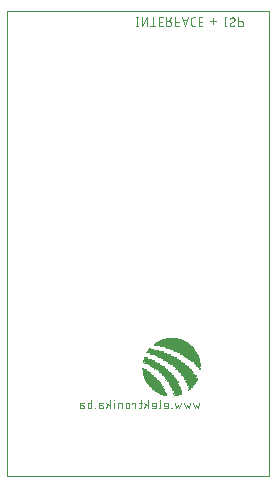
<source format=gbo>
G04 EAGLE Gerber RS-274X export*
G75*
%MOMM*%
%FSLAX34Y34*%
%LPD*%
%INBottom Silkscreen*%
%IPPOS*%
%AMOC8*
5,1,8,0,0,1.08239X$1,22.5*%
G01*
%ADD10C,0.000000*%
%ADD11C,0.076200*%
%ADD12R,0.025400X0.012700*%
%ADD13R,0.088900X0.012700*%
%ADD14R,0.012700X0.012700*%
%ADD15R,0.152400X0.012700*%
%ADD16R,0.215900X0.012700*%
%ADD17R,0.063500X0.012700*%
%ADD18R,0.279400X0.012700*%
%ADD19R,0.127000X0.012700*%
%ADD20R,0.330200X0.012700*%
%ADD21R,0.165100X0.012700*%
%ADD22R,0.381000X0.012700*%
%ADD23R,0.431800X0.012700*%
%ADD24R,0.266700X0.012700*%
%ADD25R,0.457200X0.012700*%
%ADD26R,0.317500X0.012700*%
%ADD27R,0.495300X0.012700*%
%ADD28R,0.342900X0.012700*%
%ADD29R,0.533400X0.012700*%
%ADD30R,0.584200X0.012700*%
%ADD31R,0.419100X0.012700*%
%ADD32R,0.571500X0.012700*%
%ADD33R,0.444500X0.012700*%
%ADD34R,0.482600X0.012700*%
%ADD35R,0.508000X0.012700*%
%ADD36R,0.609600X0.012700*%
%ADD37R,0.038100X0.012700*%
%ADD38R,0.660400X0.012700*%
%ADD39R,0.596900X0.012700*%
%ADD40R,0.673100X0.012700*%
%ADD41R,0.647700X0.012700*%
%ADD42R,0.685800X0.012700*%
%ADD43R,0.723900X0.012700*%
%ADD44R,0.736600X0.012700*%
%ADD45R,0.749300X0.012700*%
%ADD46R,0.635000X0.012700*%
%ADD47R,0.762000X0.012700*%
%ADD48R,0.774700X0.012700*%
%ADD49R,0.787400X0.012700*%
%ADD50R,0.812800X0.012700*%
%ADD51R,0.825500X0.012700*%
%ADD52R,0.838200X0.012700*%
%ADD53R,0.863600X0.012700*%
%ADD54R,0.876300X0.012700*%
%ADD55R,0.901700X0.012700*%
%ADD56R,0.914400X0.012700*%
%ADD57R,0.927100X0.012700*%
%ADD58R,0.076200X0.012700*%
%ADD59R,0.952500X0.012700*%
%ADD60R,0.965200X0.012700*%
%ADD61R,0.101600X0.012700*%
%ADD62R,0.990600X0.012700*%
%ADD63R,0.114300X0.012700*%
%ADD64R,1.016000X0.012700*%
%ADD65R,0.139700X0.012700*%
%ADD66R,0.939800X0.012700*%
%ADD67R,0.177800X0.012700*%
%ADD68R,0.190500X0.012700*%
%ADD69R,0.203200X0.012700*%
%ADD70R,0.241300X0.012700*%
%ADD71R,0.254000X0.012700*%
%ADD72R,1.054100X0.012700*%
%ADD73R,1.041400X0.012700*%
%ADD74R,0.292100X0.012700*%
%ADD75R,0.304800X0.012700*%
%ADD76R,1.066800X0.012700*%
%ADD77R,1.092200X0.012700*%
%ADD78R,1.079500X0.012700*%
%ADD79R,0.355600X0.012700*%
%ADD80R,1.104900X0.012700*%
%ADD81R,0.368300X0.012700*%
%ADD82R,1.117600X0.012700*%
%ADD83R,1.130300X0.012700*%
%ADD84R,0.393700X0.012700*%
%ADD85R,1.143000X0.012700*%
%ADD86R,0.406400X0.012700*%
%ADD87R,0.050800X0.012700*%
%ADD88R,0.546100X0.012700*%
%ADD89R,0.622300X0.012700*%
%ADD90R,0.711200X0.012700*%
%ADD91R,0.698500X0.012700*%
%ADD92R,0.800100X0.012700*%
%ADD93R,0.889000X0.012700*%
%ADD94R,0.850900X0.012700*%
%ADD95R,0.977900X0.012700*%
%ADD96R,1.028700X0.012700*%
%ADD97R,1.003300X0.012700*%
%ADD98R,1.193800X0.012700*%
%ADD99R,0.469900X0.012700*%
%ADD100R,1.155700X0.012700*%
%ADD101R,1.168400X0.012700*%
%ADD102R,1.206500X0.012700*%
%ADD103R,1.181100X0.012700*%
%ADD104R,1.219200X0.012700*%
%ADD105R,0.228600X0.012700*%
%ADD106R,1.270000X0.012700*%
%ADD107R,1.244600X0.012700*%
%ADD108R,1.231900X0.012700*%
%ADD109R,1.282700X0.012700*%
%ADD110R,0.558800X0.012700*%
%ADD111R,1.257300X0.012700*%
%ADD112R,1.295400X0.012700*%
%ADD113R,1.358900X0.012700*%
%ADD114R,1.333500X0.012700*%
%ADD115R,1.346200X0.012700*%
%ADD116R,1.308100X0.012700*%
%ADD117R,1.320800X0.012700*%
%ADD118R,1.384300X0.012700*%
%ADD119R,1.371600X0.012700*%
%ADD120R,1.447800X0.012700*%
%ADD121R,1.409700X0.012700*%
%ADD122R,1.422400X0.012700*%
%ADD123R,1.397000X0.012700*%
%ADD124R,1.574800X0.012700*%
%ADD125R,1.612900X0.012700*%
%ADD126R,1.600200X0.012700*%
%ADD127R,1.562100X0.012700*%
%ADD128R,1.549400X0.012700*%
%ADD129R,1.587500X0.012700*%
%ADD130R,1.841500X0.012700*%
%ADD131R,1.828800X0.012700*%
%ADD132R,1.790700X0.012700*%
%ADD133R,1.778000X0.012700*%
%ADD134R,1.752600X0.012700*%
%ADD135R,1.765300X0.012700*%
%ADD136R,1.803400X0.012700*%
%ADD137R,1.993900X0.012700*%
%ADD138R,2.070100X0.012700*%
%ADD139R,2.032000X0.012700*%
%ADD140R,2.019300X0.012700*%
%ADD141R,2.006600X0.012700*%
%ADD142R,2.057400X0.012700*%
%ADD143R,2.197100X0.012700*%
%ADD144R,2.349500X0.012700*%
%ADD145R,2.324100X0.012700*%
%ADD146R,2.298700X0.012700*%
%ADD147R,2.286000X0.012700*%
%ADD148R,2.273300X0.012700*%
%ADD149R,2.260600X0.012700*%
%ADD150R,2.679700X0.012700*%
%ADD151R,2.641600X0.012700*%
%ADD152R,2.603500X0.012700*%
%ADD153R,2.590800X0.012700*%
%ADD154R,2.578100X0.012700*%
%ADD155R,2.552700X0.012700*%
%ADD156R,2.565400X0.012700*%
%ADD157R,2.933700X0.012700*%
%ADD158R,3.035300X0.012700*%
%ADD159R,3.048000X0.012700*%
%ADD160R,3.022600X0.012700*%
%ADD161R,3.009900X0.012700*%
%ADD162R,2.997200X0.012700*%
%ADD163R,2.971800X0.012700*%
%ADD164R,2.959100X0.012700*%
%ADD165R,2.946400X0.012700*%
%ADD166R,2.895600X0.012700*%
%ADD167R,2.870200X0.012700*%
%ADD168R,2.832100X0.012700*%
%ADD169R,2.794000X0.012700*%
%ADD170R,2.755900X0.012700*%
%ADD171R,2.717800X0.012700*%
%ADD172R,2.692400X0.012700*%
%ADD173R,2.514600X0.012700*%
%ADD174R,2.476500X0.012700*%
%ADD175R,2.438400X0.012700*%
%ADD176R,2.387600X0.012700*%
%ADD177R,2.336800X0.012700*%
%ADD178R,2.184400X0.012700*%
%ADD179R,2.159000X0.012700*%
%ADD180R,2.095500X0.012700*%
%ADD181R,1.981200X0.012700*%
%ADD182R,1.930400X0.012700*%
%ADD183R,1.854200X0.012700*%
%ADD184R,1.727200X0.012700*%
%ADD185R,1.663700X0.012700*%
%ADD186R,1.511300X0.012700*%
%ADD187R,1.435100X0.012700*%


D10*
X0Y0D02*
X222125Y0D01*
X222125Y393600D01*
X0Y393600D01*
X0Y0D01*
D11*
X110737Y381191D02*
X110737Y388557D01*
X109919Y388557D02*
X111555Y388557D01*
X111555Y381191D02*
X109919Y381191D01*
X114787Y381191D02*
X114787Y388557D01*
X118879Y388557D02*
X114787Y381191D01*
X118879Y381191D02*
X118879Y388557D01*
X123904Y388557D02*
X123904Y381191D01*
X121858Y381191D02*
X125950Y381191D01*
X128945Y388557D02*
X132219Y388557D01*
X128945Y388557D02*
X128945Y381191D01*
X132219Y381191D01*
X131401Y384464D02*
X128945Y384464D01*
X135321Y381191D02*
X135321Y388557D01*
X135321Y381191D02*
X137367Y381191D01*
X137456Y381193D01*
X137545Y381199D01*
X137634Y381209D01*
X137722Y381222D01*
X137810Y381239D01*
X137897Y381261D01*
X137982Y381286D01*
X138067Y381314D01*
X138150Y381347D01*
X138232Y381383D01*
X138312Y381422D01*
X138390Y381465D01*
X138466Y381511D01*
X138541Y381561D01*
X138613Y381614D01*
X138682Y381670D01*
X138749Y381729D01*
X138814Y381790D01*
X138875Y381855D01*
X138934Y381922D01*
X138990Y381991D01*
X139043Y382063D01*
X139093Y382138D01*
X139139Y382214D01*
X139182Y382292D01*
X139221Y382372D01*
X139257Y382454D01*
X139290Y382537D01*
X139318Y382622D01*
X139343Y382707D01*
X139365Y382794D01*
X139382Y382882D01*
X139395Y382970D01*
X139405Y383059D01*
X139411Y383148D01*
X139413Y383237D01*
X139411Y383326D01*
X139405Y383415D01*
X139395Y383504D01*
X139382Y383592D01*
X139365Y383680D01*
X139343Y383767D01*
X139318Y383852D01*
X139290Y383937D01*
X139257Y384020D01*
X139221Y384102D01*
X139182Y384182D01*
X139139Y384260D01*
X139093Y384336D01*
X139043Y384411D01*
X138990Y384483D01*
X138934Y384552D01*
X138875Y384619D01*
X138814Y384684D01*
X138749Y384745D01*
X138682Y384804D01*
X138613Y384860D01*
X138541Y384913D01*
X138466Y384963D01*
X138390Y385009D01*
X138312Y385052D01*
X138232Y385091D01*
X138150Y385127D01*
X138067Y385160D01*
X137982Y385188D01*
X137897Y385213D01*
X137810Y385235D01*
X137722Y385252D01*
X137634Y385265D01*
X137545Y385275D01*
X137456Y385281D01*
X137367Y385283D01*
X135321Y385283D01*
X137776Y385283D02*
X139413Y388557D01*
X142844Y388557D02*
X142844Y381191D01*
X146118Y381191D01*
X146118Y384464D02*
X142844Y384464D01*
X148515Y388557D02*
X150970Y381191D01*
X153426Y388557D01*
X152812Y386715D02*
X149129Y386715D01*
X157853Y388557D02*
X159490Y388557D01*
X157853Y388557D02*
X157775Y388555D01*
X157697Y388550D01*
X157620Y388540D01*
X157543Y388527D01*
X157467Y388511D01*
X157392Y388491D01*
X157318Y388467D01*
X157245Y388440D01*
X157173Y388409D01*
X157103Y388375D01*
X157035Y388338D01*
X156968Y388297D01*
X156903Y388253D01*
X156841Y388207D01*
X156781Y388157D01*
X156723Y388105D01*
X156668Y388050D01*
X156616Y387992D01*
X156566Y387932D01*
X156520Y387870D01*
X156476Y387805D01*
X156435Y387739D01*
X156398Y387670D01*
X156364Y387600D01*
X156333Y387528D01*
X156306Y387455D01*
X156282Y387381D01*
X156262Y387306D01*
X156246Y387230D01*
X156233Y387153D01*
X156223Y387076D01*
X156218Y386998D01*
X156216Y386920D01*
X156216Y382827D01*
X156218Y382747D01*
X156224Y382667D01*
X156234Y382587D01*
X156247Y382508D01*
X156265Y382429D01*
X156286Y382352D01*
X156312Y382276D01*
X156341Y382201D01*
X156373Y382127D01*
X156409Y382055D01*
X156449Y381985D01*
X156492Y381918D01*
X156538Y381852D01*
X156588Y381789D01*
X156640Y381728D01*
X156695Y381669D01*
X156754Y381614D01*
X156814Y381562D01*
X156878Y381512D01*
X156943Y381466D01*
X157011Y381423D01*
X157081Y381383D01*
X157153Y381347D01*
X157227Y381315D01*
X157301Y381286D01*
X157378Y381261D01*
X157455Y381239D01*
X157534Y381221D01*
X157613Y381208D01*
X157692Y381198D01*
X157773Y381192D01*
X157853Y381190D01*
X157853Y381191D02*
X159490Y381191D01*
X162595Y388557D02*
X165869Y388557D01*
X162595Y388557D02*
X162595Y381191D01*
X165869Y381191D01*
X165050Y384464D02*
X162595Y384464D01*
X172655Y385692D02*
X177566Y385692D01*
X175110Y388147D02*
X175110Y383237D01*
X185352Y381191D02*
X185352Y388557D01*
X186170Y388557D02*
X184533Y388557D01*
X184533Y381191D02*
X186170Y381191D01*
X193006Y386920D02*
X193004Y386998D01*
X192999Y387076D01*
X192989Y387153D01*
X192976Y387230D01*
X192960Y387306D01*
X192940Y387381D01*
X192916Y387455D01*
X192889Y387528D01*
X192858Y387600D01*
X192824Y387670D01*
X192787Y387739D01*
X192746Y387805D01*
X192702Y387870D01*
X192656Y387932D01*
X192606Y387992D01*
X192554Y388050D01*
X192499Y388105D01*
X192441Y388157D01*
X192381Y388207D01*
X192319Y388253D01*
X192254Y388297D01*
X192188Y388338D01*
X192119Y388375D01*
X192049Y388409D01*
X191977Y388440D01*
X191904Y388467D01*
X191830Y388491D01*
X191755Y388511D01*
X191679Y388527D01*
X191602Y388540D01*
X191525Y388550D01*
X191447Y388555D01*
X191369Y388557D01*
X191255Y388555D01*
X191142Y388550D01*
X191028Y388540D01*
X190915Y388527D01*
X190803Y388510D01*
X190691Y388490D01*
X190580Y388466D01*
X190469Y388438D01*
X190360Y388407D01*
X190252Y388372D01*
X190145Y388333D01*
X190039Y388291D01*
X189935Y388246D01*
X189832Y388197D01*
X189731Y388144D01*
X189632Y388089D01*
X189534Y388030D01*
X189439Y387968D01*
X189346Y387903D01*
X189254Y387835D01*
X189166Y387764D01*
X189079Y387690D01*
X188995Y387613D01*
X188914Y387534D01*
X189118Y382827D02*
X189120Y382749D01*
X189125Y382671D01*
X189135Y382594D01*
X189148Y382517D01*
X189164Y382441D01*
X189184Y382366D01*
X189208Y382292D01*
X189235Y382219D01*
X189266Y382147D01*
X189300Y382077D01*
X189337Y382009D01*
X189378Y381942D01*
X189422Y381877D01*
X189468Y381815D01*
X189518Y381755D01*
X189570Y381697D01*
X189625Y381642D01*
X189683Y381590D01*
X189743Y381540D01*
X189805Y381494D01*
X189870Y381450D01*
X189937Y381409D01*
X190005Y381372D01*
X190075Y381338D01*
X190147Y381307D01*
X190220Y381280D01*
X190294Y381256D01*
X190369Y381236D01*
X190445Y381220D01*
X190522Y381207D01*
X190599Y381197D01*
X190677Y381192D01*
X190755Y381190D01*
X190755Y381191D02*
X190865Y381193D01*
X190974Y381199D01*
X191084Y381209D01*
X191192Y381222D01*
X191301Y381240D01*
X191408Y381261D01*
X191515Y381287D01*
X191621Y381316D01*
X191726Y381348D01*
X191829Y381385D01*
X191931Y381425D01*
X192032Y381469D01*
X192131Y381517D01*
X192228Y381567D01*
X192323Y381622D01*
X192416Y381680D01*
X192507Y381741D01*
X192596Y381805D01*
X189937Y384259D02*
X189871Y384217D01*
X189806Y384173D01*
X189744Y384125D01*
X189684Y384075D01*
X189626Y384022D01*
X189571Y383966D01*
X189518Y383908D01*
X189469Y383847D01*
X189422Y383784D01*
X189378Y383719D01*
X189338Y383652D01*
X189301Y383583D01*
X189267Y383512D01*
X189236Y383440D01*
X189209Y383366D01*
X189185Y383291D01*
X189165Y383216D01*
X189149Y383139D01*
X189136Y383062D01*
X189126Y382984D01*
X189121Y382905D01*
X189119Y382827D01*
X192188Y385487D02*
X192255Y385529D01*
X192320Y385573D01*
X192382Y385621D01*
X192442Y385671D01*
X192500Y385724D01*
X192555Y385780D01*
X192607Y385839D01*
X192657Y385899D01*
X192704Y385963D01*
X192747Y386028D01*
X192788Y386095D01*
X192825Y386164D01*
X192859Y386235D01*
X192890Y386307D01*
X192917Y386381D01*
X192941Y386455D01*
X192961Y386531D01*
X192977Y386608D01*
X192990Y386685D01*
X193000Y386763D01*
X193005Y386842D01*
X193007Y386920D01*
X192188Y385487D02*
X189937Y384260D01*
X196347Y381191D02*
X196347Y388557D01*
X196347Y381191D02*
X198393Y381191D01*
X198482Y381193D01*
X198571Y381199D01*
X198660Y381209D01*
X198748Y381222D01*
X198836Y381239D01*
X198923Y381261D01*
X199008Y381286D01*
X199093Y381314D01*
X199176Y381347D01*
X199258Y381383D01*
X199338Y381422D01*
X199416Y381465D01*
X199492Y381511D01*
X199567Y381561D01*
X199639Y381614D01*
X199708Y381670D01*
X199775Y381729D01*
X199840Y381790D01*
X199901Y381855D01*
X199960Y381922D01*
X200016Y381991D01*
X200069Y382063D01*
X200119Y382138D01*
X200165Y382214D01*
X200208Y382292D01*
X200247Y382372D01*
X200283Y382454D01*
X200316Y382537D01*
X200344Y382622D01*
X200369Y382707D01*
X200391Y382794D01*
X200408Y382882D01*
X200421Y382970D01*
X200431Y383059D01*
X200437Y383148D01*
X200439Y383237D01*
X200437Y383326D01*
X200431Y383415D01*
X200421Y383504D01*
X200408Y383592D01*
X200391Y383680D01*
X200369Y383767D01*
X200344Y383852D01*
X200316Y383937D01*
X200283Y384020D01*
X200247Y384102D01*
X200208Y384182D01*
X200165Y384260D01*
X200119Y384336D01*
X200069Y384411D01*
X200016Y384483D01*
X199960Y384552D01*
X199901Y384619D01*
X199840Y384684D01*
X199775Y384745D01*
X199708Y384804D01*
X199639Y384860D01*
X199567Y384913D01*
X199492Y384963D01*
X199416Y385009D01*
X199338Y385052D01*
X199258Y385091D01*
X199176Y385127D01*
X199093Y385160D01*
X199008Y385188D01*
X198923Y385213D01*
X198836Y385235D01*
X198748Y385252D01*
X198660Y385265D01*
X198571Y385275D01*
X198482Y385281D01*
X198393Y385283D01*
X196347Y385283D01*
X163132Y62442D02*
X161904Y57531D01*
X160676Y60805D01*
X159449Y57531D01*
X158221Y62442D01*
X155329Y62442D02*
X154101Y57531D01*
X152873Y60805D01*
X151646Y57531D01*
X150418Y62442D01*
X147526Y62442D02*
X146298Y57531D01*
X145071Y60805D01*
X143843Y57531D01*
X142615Y62442D01*
X139911Y57940D02*
X139911Y57531D01*
X139911Y57940D02*
X139501Y57940D01*
X139501Y57531D01*
X139911Y57531D01*
X135482Y57531D02*
X133436Y57531D01*
X135482Y57531D02*
X135551Y57533D01*
X135619Y57539D01*
X135688Y57548D01*
X135755Y57562D01*
X135822Y57579D01*
X135888Y57600D01*
X135952Y57624D01*
X136015Y57653D01*
X136076Y57684D01*
X136135Y57719D01*
X136193Y57757D01*
X136248Y57799D01*
X136300Y57843D01*
X136350Y57891D01*
X136398Y57941D01*
X136442Y57993D01*
X136484Y58048D01*
X136522Y58106D01*
X136557Y58165D01*
X136588Y58226D01*
X136617Y58289D01*
X136641Y58353D01*
X136662Y58419D01*
X136679Y58486D01*
X136693Y58553D01*
X136702Y58622D01*
X136708Y58690D01*
X136710Y58759D01*
X136710Y60805D01*
X136708Y60884D01*
X136702Y60963D01*
X136693Y61042D01*
X136680Y61120D01*
X136662Y61197D01*
X136642Y61273D01*
X136617Y61348D01*
X136589Y61422D01*
X136558Y61495D01*
X136522Y61566D01*
X136484Y61635D01*
X136442Y61702D01*
X136397Y61767D01*
X136349Y61830D01*
X136298Y61891D01*
X136244Y61948D01*
X136188Y62004D01*
X136129Y62056D01*
X136067Y62106D01*
X136003Y62152D01*
X135937Y62196D01*
X135869Y62236D01*
X135799Y62272D01*
X135727Y62306D01*
X135653Y62336D01*
X135579Y62362D01*
X135503Y62385D01*
X135426Y62403D01*
X135349Y62419D01*
X135270Y62430D01*
X135192Y62438D01*
X135113Y62442D01*
X135033Y62442D01*
X134954Y62438D01*
X134876Y62430D01*
X134797Y62419D01*
X134720Y62403D01*
X134643Y62385D01*
X134567Y62362D01*
X134493Y62336D01*
X134419Y62306D01*
X134347Y62272D01*
X134277Y62236D01*
X134209Y62196D01*
X134143Y62152D01*
X134079Y62106D01*
X134017Y62056D01*
X133958Y62004D01*
X133902Y61948D01*
X133848Y61891D01*
X133797Y61830D01*
X133749Y61767D01*
X133704Y61702D01*
X133662Y61635D01*
X133624Y61566D01*
X133588Y61495D01*
X133557Y61422D01*
X133529Y61348D01*
X133504Y61273D01*
X133484Y61197D01*
X133466Y61120D01*
X133453Y61042D01*
X133444Y60963D01*
X133438Y60884D01*
X133436Y60805D01*
X133436Y59986D01*
X136710Y59986D01*
X130287Y58759D02*
X130287Y64897D01*
X130288Y58759D02*
X130286Y58690D01*
X130280Y58622D01*
X130271Y58553D01*
X130257Y58486D01*
X130240Y58419D01*
X130219Y58353D01*
X130195Y58289D01*
X130166Y58226D01*
X130135Y58165D01*
X130100Y58106D01*
X130062Y58048D01*
X130020Y57993D01*
X129976Y57941D01*
X129928Y57891D01*
X129878Y57843D01*
X129826Y57799D01*
X129771Y57758D01*
X129713Y57719D01*
X129654Y57684D01*
X129593Y57653D01*
X129530Y57624D01*
X129466Y57600D01*
X129400Y57579D01*
X129333Y57562D01*
X129266Y57548D01*
X129198Y57539D01*
X129129Y57533D01*
X129060Y57531D01*
X125241Y57531D02*
X123195Y57531D01*
X125241Y57531D02*
X125310Y57533D01*
X125378Y57539D01*
X125447Y57548D01*
X125514Y57562D01*
X125581Y57579D01*
X125647Y57600D01*
X125711Y57624D01*
X125774Y57653D01*
X125835Y57684D01*
X125894Y57719D01*
X125952Y57757D01*
X126007Y57799D01*
X126059Y57843D01*
X126109Y57891D01*
X126157Y57941D01*
X126201Y57993D01*
X126243Y58048D01*
X126281Y58106D01*
X126316Y58165D01*
X126347Y58226D01*
X126376Y58289D01*
X126400Y58353D01*
X126421Y58419D01*
X126438Y58486D01*
X126452Y58553D01*
X126461Y58622D01*
X126467Y58690D01*
X126469Y58759D01*
X126469Y60805D01*
X126467Y60884D01*
X126461Y60963D01*
X126452Y61042D01*
X126439Y61120D01*
X126421Y61197D01*
X126401Y61273D01*
X126376Y61348D01*
X126348Y61422D01*
X126317Y61495D01*
X126281Y61566D01*
X126243Y61635D01*
X126201Y61702D01*
X126156Y61767D01*
X126108Y61830D01*
X126057Y61891D01*
X126003Y61948D01*
X125947Y62004D01*
X125888Y62056D01*
X125826Y62106D01*
X125762Y62152D01*
X125696Y62196D01*
X125628Y62236D01*
X125558Y62272D01*
X125486Y62306D01*
X125412Y62336D01*
X125338Y62362D01*
X125262Y62385D01*
X125185Y62403D01*
X125108Y62419D01*
X125029Y62430D01*
X124951Y62438D01*
X124872Y62442D01*
X124792Y62442D01*
X124713Y62438D01*
X124635Y62430D01*
X124556Y62419D01*
X124479Y62403D01*
X124402Y62385D01*
X124326Y62362D01*
X124252Y62336D01*
X124178Y62306D01*
X124106Y62272D01*
X124036Y62236D01*
X123968Y62196D01*
X123902Y62152D01*
X123838Y62106D01*
X123776Y62056D01*
X123717Y62004D01*
X123661Y61948D01*
X123607Y61891D01*
X123556Y61830D01*
X123508Y61767D01*
X123463Y61702D01*
X123421Y61635D01*
X123383Y61566D01*
X123347Y61495D01*
X123316Y61422D01*
X123288Y61348D01*
X123263Y61273D01*
X123243Y61197D01*
X123225Y61120D01*
X123212Y61042D01*
X123203Y60963D01*
X123197Y60884D01*
X123195Y60805D01*
X123195Y59986D01*
X126469Y59986D01*
X119791Y57531D02*
X119791Y64897D01*
X116517Y62442D02*
X119791Y59986D01*
X118359Y61009D02*
X116517Y57531D01*
X114420Y62442D02*
X111964Y62442D01*
X113601Y64897D02*
X113601Y58759D01*
X113599Y58690D01*
X113593Y58622D01*
X113584Y58553D01*
X113570Y58486D01*
X113553Y58419D01*
X113532Y58353D01*
X113508Y58289D01*
X113479Y58226D01*
X113448Y58165D01*
X113413Y58106D01*
X113375Y58048D01*
X113333Y57993D01*
X113289Y57941D01*
X113241Y57891D01*
X113191Y57843D01*
X113139Y57799D01*
X113084Y57758D01*
X113026Y57719D01*
X112967Y57684D01*
X112906Y57653D01*
X112843Y57624D01*
X112779Y57600D01*
X112713Y57579D01*
X112646Y57562D01*
X112579Y57548D01*
X112511Y57539D01*
X112442Y57533D01*
X112373Y57531D01*
X111964Y57531D01*
X108866Y57531D02*
X108866Y62442D01*
X106411Y62442D01*
X106411Y61623D01*
X104036Y60805D02*
X104036Y59168D01*
X104036Y60805D02*
X104034Y60884D01*
X104028Y60963D01*
X104019Y61042D01*
X104006Y61120D01*
X103988Y61197D01*
X103968Y61273D01*
X103943Y61348D01*
X103915Y61422D01*
X103884Y61495D01*
X103848Y61566D01*
X103810Y61635D01*
X103768Y61702D01*
X103723Y61767D01*
X103675Y61830D01*
X103624Y61891D01*
X103570Y61948D01*
X103514Y62004D01*
X103455Y62056D01*
X103393Y62106D01*
X103329Y62152D01*
X103263Y62196D01*
X103195Y62236D01*
X103125Y62272D01*
X103053Y62306D01*
X102979Y62336D01*
X102905Y62362D01*
X102829Y62385D01*
X102752Y62403D01*
X102675Y62419D01*
X102596Y62430D01*
X102518Y62438D01*
X102439Y62442D01*
X102359Y62442D01*
X102280Y62438D01*
X102202Y62430D01*
X102123Y62419D01*
X102046Y62403D01*
X101969Y62385D01*
X101893Y62362D01*
X101819Y62336D01*
X101745Y62306D01*
X101673Y62272D01*
X101603Y62236D01*
X101535Y62196D01*
X101469Y62152D01*
X101405Y62106D01*
X101343Y62056D01*
X101284Y62004D01*
X101228Y61948D01*
X101174Y61891D01*
X101123Y61830D01*
X101075Y61767D01*
X101030Y61702D01*
X100988Y61635D01*
X100950Y61566D01*
X100914Y61495D01*
X100883Y61422D01*
X100855Y61348D01*
X100830Y61273D01*
X100810Y61197D01*
X100792Y61120D01*
X100779Y61042D01*
X100770Y60963D01*
X100764Y60884D01*
X100762Y60805D01*
X100762Y59168D01*
X100764Y59089D01*
X100770Y59010D01*
X100779Y58931D01*
X100792Y58853D01*
X100810Y58776D01*
X100830Y58700D01*
X100855Y58625D01*
X100883Y58551D01*
X100914Y58478D01*
X100950Y58407D01*
X100988Y58338D01*
X101030Y58271D01*
X101075Y58206D01*
X101123Y58143D01*
X101174Y58082D01*
X101228Y58025D01*
X101284Y57969D01*
X101343Y57917D01*
X101405Y57867D01*
X101469Y57821D01*
X101535Y57777D01*
X101603Y57737D01*
X101673Y57701D01*
X101745Y57667D01*
X101819Y57637D01*
X101893Y57611D01*
X101969Y57588D01*
X102046Y57570D01*
X102123Y57554D01*
X102202Y57543D01*
X102280Y57535D01*
X102359Y57531D01*
X102439Y57531D01*
X102518Y57535D01*
X102596Y57543D01*
X102675Y57554D01*
X102752Y57570D01*
X102829Y57588D01*
X102905Y57611D01*
X102979Y57637D01*
X103053Y57667D01*
X103125Y57701D01*
X103195Y57737D01*
X103263Y57777D01*
X103329Y57821D01*
X103393Y57867D01*
X103455Y57917D01*
X103514Y57969D01*
X103570Y58025D01*
X103624Y58082D01*
X103675Y58143D01*
X103723Y58206D01*
X103768Y58271D01*
X103810Y58338D01*
X103848Y58407D01*
X103884Y58478D01*
X103915Y58551D01*
X103943Y58625D01*
X103968Y58700D01*
X103988Y58776D01*
X104006Y58853D01*
X104019Y58931D01*
X104028Y59010D01*
X104034Y59089D01*
X104036Y59168D01*
X97452Y57531D02*
X97452Y62442D01*
X95406Y62442D01*
X95337Y62440D01*
X95269Y62434D01*
X95200Y62425D01*
X95133Y62411D01*
X95066Y62394D01*
X95000Y62373D01*
X94936Y62349D01*
X94873Y62320D01*
X94812Y62289D01*
X94753Y62254D01*
X94695Y62216D01*
X94640Y62174D01*
X94588Y62130D01*
X94538Y62082D01*
X94490Y62032D01*
X94446Y61980D01*
X94405Y61925D01*
X94366Y61867D01*
X94331Y61808D01*
X94300Y61747D01*
X94271Y61684D01*
X94247Y61620D01*
X94226Y61554D01*
X94209Y61487D01*
X94195Y61420D01*
X94186Y61352D01*
X94180Y61283D01*
X94178Y61214D01*
X94178Y57531D01*
X90938Y57531D02*
X90938Y62442D01*
X91143Y64488D02*
X91143Y64897D01*
X90734Y64897D01*
X90734Y64488D01*
X91143Y64488D01*
X87604Y64897D02*
X87604Y57531D01*
X87604Y59986D02*
X84331Y62442D01*
X86172Y61009D02*
X84331Y57531D01*
X80211Y60396D02*
X78370Y60396D01*
X80211Y60395D02*
X80286Y60393D01*
X80361Y60387D01*
X80435Y60377D01*
X80509Y60364D01*
X80582Y60346D01*
X80654Y60325D01*
X80724Y60300D01*
X80793Y60271D01*
X80861Y60239D01*
X80927Y60203D01*
X80991Y60164D01*
X81053Y60122D01*
X81112Y60076D01*
X81169Y60027D01*
X81224Y59976D01*
X81275Y59921D01*
X81324Y59864D01*
X81370Y59805D01*
X81412Y59743D01*
X81451Y59679D01*
X81487Y59613D01*
X81519Y59545D01*
X81548Y59476D01*
X81573Y59406D01*
X81594Y59334D01*
X81612Y59261D01*
X81625Y59187D01*
X81635Y59113D01*
X81641Y59038D01*
X81643Y58963D01*
X81641Y58888D01*
X81635Y58813D01*
X81625Y58739D01*
X81612Y58665D01*
X81594Y58592D01*
X81573Y58520D01*
X81548Y58450D01*
X81519Y58381D01*
X81487Y58313D01*
X81451Y58247D01*
X81412Y58183D01*
X81370Y58121D01*
X81324Y58062D01*
X81275Y58005D01*
X81224Y57950D01*
X81169Y57899D01*
X81112Y57850D01*
X81053Y57804D01*
X80991Y57762D01*
X80927Y57723D01*
X80861Y57687D01*
X80793Y57655D01*
X80724Y57626D01*
X80654Y57601D01*
X80582Y57580D01*
X80509Y57562D01*
X80435Y57549D01*
X80361Y57539D01*
X80286Y57533D01*
X80211Y57531D01*
X78370Y57531D01*
X78370Y61214D01*
X78369Y61214D02*
X78371Y61283D01*
X78377Y61351D01*
X78386Y61420D01*
X78400Y61487D01*
X78417Y61554D01*
X78438Y61620D01*
X78462Y61684D01*
X78491Y61747D01*
X78522Y61808D01*
X78557Y61867D01*
X78595Y61925D01*
X78637Y61980D01*
X78681Y62032D01*
X78729Y62082D01*
X78779Y62130D01*
X78831Y62174D01*
X78886Y62216D01*
X78944Y62254D01*
X79003Y62289D01*
X79064Y62320D01*
X79127Y62349D01*
X79191Y62373D01*
X79257Y62394D01*
X79324Y62411D01*
X79391Y62425D01*
X79460Y62434D01*
X79528Y62440D01*
X79597Y62442D01*
X81234Y62442D01*
X75293Y57940D02*
X75293Y57531D01*
X75293Y57940D02*
X74884Y57940D01*
X74884Y57531D01*
X75293Y57531D01*
X71808Y57531D02*
X71808Y64897D01*
X71808Y57531D02*
X69762Y57531D01*
X69693Y57533D01*
X69625Y57539D01*
X69556Y57548D01*
X69489Y57562D01*
X69422Y57579D01*
X69356Y57600D01*
X69292Y57624D01*
X69229Y57653D01*
X69168Y57684D01*
X69109Y57719D01*
X69051Y57757D01*
X68996Y57799D01*
X68944Y57843D01*
X68894Y57891D01*
X68846Y57941D01*
X68802Y57993D01*
X68760Y58048D01*
X68722Y58106D01*
X68687Y58165D01*
X68656Y58226D01*
X68627Y58289D01*
X68603Y58353D01*
X68582Y58419D01*
X68565Y58486D01*
X68551Y58553D01*
X68542Y58622D01*
X68536Y58690D01*
X68534Y58759D01*
X68534Y61214D01*
X68536Y61283D01*
X68542Y61351D01*
X68551Y61420D01*
X68565Y61487D01*
X68582Y61554D01*
X68603Y61620D01*
X68627Y61684D01*
X68656Y61747D01*
X68687Y61808D01*
X68722Y61867D01*
X68760Y61925D01*
X68802Y61980D01*
X68846Y62032D01*
X68894Y62082D01*
X68944Y62130D01*
X68996Y62174D01*
X69051Y62216D01*
X69109Y62254D01*
X69168Y62289D01*
X69229Y62320D01*
X69292Y62349D01*
X69356Y62373D01*
X69422Y62394D01*
X69489Y62411D01*
X69556Y62425D01*
X69625Y62434D01*
X69693Y62440D01*
X69762Y62442D01*
X71808Y62442D01*
X64118Y60396D02*
X62276Y60396D01*
X64118Y60395D02*
X64193Y60393D01*
X64268Y60387D01*
X64342Y60377D01*
X64416Y60364D01*
X64489Y60346D01*
X64561Y60325D01*
X64631Y60300D01*
X64700Y60271D01*
X64768Y60239D01*
X64834Y60203D01*
X64898Y60164D01*
X64960Y60122D01*
X65019Y60076D01*
X65076Y60027D01*
X65131Y59976D01*
X65182Y59921D01*
X65231Y59864D01*
X65277Y59805D01*
X65319Y59743D01*
X65358Y59679D01*
X65394Y59613D01*
X65426Y59545D01*
X65455Y59476D01*
X65480Y59406D01*
X65501Y59334D01*
X65519Y59261D01*
X65532Y59187D01*
X65542Y59113D01*
X65548Y59038D01*
X65550Y58963D01*
X65548Y58888D01*
X65542Y58813D01*
X65532Y58739D01*
X65519Y58665D01*
X65501Y58592D01*
X65480Y58520D01*
X65455Y58450D01*
X65426Y58381D01*
X65394Y58313D01*
X65358Y58247D01*
X65319Y58183D01*
X65277Y58121D01*
X65231Y58062D01*
X65182Y58005D01*
X65131Y57950D01*
X65076Y57899D01*
X65019Y57850D01*
X64960Y57804D01*
X64898Y57762D01*
X64834Y57723D01*
X64768Y57687D01*
X64700Y57655D01*
X64631Y57626D01*
X64561Y57601D01*
X64489Y57580D01*
X64416Y57562D01*
X64342Y57549D01*
X64268Y57539D01*
X64193Y57533D01*
X64118Y57531D01*
X62276Y57531D01*
X62276Y61214D01*
X62278Y61283D01*
X62284Y61351D01*
X62293Y61420D01*
X62307Y61487D01*
X62324Y61554D01*
X62345Y61620D01*
X62369Y61684D01*
X62398Y61747D01*
X62429Y61808D01*
X62464Y61867D01*
X62502Y61925D01*
X62544Y61980D01*
X62588Y62032D01*
X62636Y62082D01*
X62686Y62130D01*
X62738Y62174D01*
X62793Y62216D01*
X62851Y62254D01*
X62910Y62289D01*
X62971Y62320D01*
X63034Y62349D01*
X63098Y62373D01*
X63164Y62394D01*
X63231Y62411D01*
X63298Y62425D01*
X63367Y62434D01*
X63435Y62440D01*
X63504Y62442D01*
X65141Y62442D01*
D12*
X142811Y67692D03*
D13*
X143256Y67819D03*
D14*
X144399Y67946D03*
D15*
X143446Y67946D03*
D14*
X135255Y67946D03*
D16*
X143891Y68073D03*
D17*
X135001Y68073D03*
D14*
X134493Y68073D03*
D18*
X144081Y68200D03*
D19*
X134683Y68200D03*
D14*
X133858Y68200D03*
D20*
X144335Y68327D03*
D21*
X134493Y68327D03*
D14*
X133477Y68327D03*
D22*
X144589Y68454D03*
D16*
X134239Y68454D03*
D23*
X144843Y68581D03*
D24*
X133985Y68581D03*
D25*
X144970Y68708D03*
D26*
X133731Y68708D03*
D27*
X145161Y68835D03*
D28*
X133604Y68835D03*
D29*
X145351Y68962D03*
D14*
X141732Y68962D03*
D22*
X133413Y68962D03*
D30*
X145605Y69089D03*
D31*
X133223Y69089D03*
D32*
X145542Y69216D03*
D33*
X133096Y69216D03*
D14*
X130683Y69216D03*
D32*
X145542Y69343D03*
D34*
X132905Y69343D03*
D32*
X145542Y69470D03*
D14*
X141732Y69470D03*
D35*
X132778Y69470D03*
D30*
X145478Y69597D03*
D14*
X141732Y69597D03*
D29*
X132524Y69597D03*
D36*
X145351Y69724D03*
D37*
X141859Y69724D03*
D30*
X132397Y69724D03*
D38*
X144970Y69851D03*
D39*
X132334Y69851D03*
D40*
X145034Y69978D03*
D36*
X132143Y69978D03*
D40*
X145034Y70105D03*
D41*
X132080Y70105D03*
D38*
X144970Y70232D03*
D42*
X131889Y70232D03*
D41*
X145034Y70359D03*
D42*
X131762Y70359D03*
D40*
X145034Y70486D03*
D43*
X131699Y70486D03*
D38*
X144970Y70613D03*
D44*
X131508Y70613D03*
D38*
X144970Y70740D03*
D45*
X131445Y70740D03*
D38*
X144970Y70867D03*
D45*
X131064Y70867D03*
D41*
X144907Y70994D03*
D43*
X130810Y70994D03*
D41*
X144907Y71121D03*
D43*
X130556Y71121D03*
D46*
X144843Y71248D03*
D44*
X130492Y71248D03*
D46*
X144843Y71375D03*
D47*
X130238Y71375D03*
D41*
X144907Y71502D03*
D48*
X130302Y71502D03*
D46*
X144843Y71629D03*
D49*
X130111Y71629D03*
D46*
X144843Y71756D03*
D50*
X129984Y71756D03*
D46*
X144843Y71883D03*
D51*
X129921Y71883D03*
D46*
X144843Y72010D03*
D52*
X129857Y72010D03*
D41*
X144780Y72137D03*
D53*
X129730Y72137D03*
D46*
X144843Y72264D03*
D54*
X129667Y72264D03*
D38*
X144716Y72391D03*
D14*
X141224Y72391D03*
X140970Y72391D03*
D55*
X129540Y72391D03*
D14*
X154559Y72518D03*
D44*
X144208Y72518D03*
D56*
X129476Y72518D03*
D37*
X154559Y72645D03*
D45*
X144272Y72645D03*
D57*
X129286Y72645D03*
D37*
X154686Y72772D03*
D45*
X144272Y72772D03*
D57*
X129286Y72772D03*
D58*
X154749Y72899D03*
D45*
X144272Y72899D03*
D59*
X129159Y72899D03*
D58*
X154876Y73026D03*
D45*
X144145Y73026D03*
D60*
X129095Y73026D03*
D61*
X154876Y73153D03*
D47*
X144208Y73153D03*
D62*
X128968Y73153D03*
D63*
X154940Y73280D03*
D47*
X144208Y73280D03*
D62*
X128968Y73280D03*
D19*
X155003Y73407D03*
D47*
X144208Y73407D03*
D64*
X128841Y73407D03*
D65*
X155194Y73534D03*
D47*
X144208Y73534D03*
D12*
X133540Y73534D03*
D14*
X133223Y73534D03*
D66*
X128333Y73534D03*
D21*
X155194Y73661D03*
D45*
X144145Y73661D03*
D66*
X128206Y73661D03*
D67*
X155257Y73788D03*
D47*
X144208Y73788D03*
D60*
X128079Y73788D03*
D68*
X155321Y73915D03*
D47*
X144208Y73915D03*
D60*
X128079Y73915D03*
D69*
X155384Y74042D03*
D47*
X144208Y74042D03*
D60*
X127952Y74042D03*
D16*
X155448Y74169D03*
D44*
X144208Y74169D03*
D62*
X127825Y74169D03*
D16*
X155575Y74296D03*
D45*
X144272Y74296D03*
D62*
X127825Y74296D03*
D70*
X155575Y74423D03*
D45*
X144272Y74423D03*
D64*
X127698Y74423D03*
D71*
X155638Y74550D03*
D45*
X144145Y74550D03*
D64*
X127698Y74550D03*
D24*
X155702Y74677D03*
D43*
X144145Y74677D03*
D72*
X127635Y74677D03*
D18*
X155765Y74804D03*
D14*
X147447Y74804D03*
X147066Y74804D03*
D41*
X143637Y74804D03*
D73*
X127571Y74804D03*
D74*
X155829Y74931D03*
D42*
X143446Y74931D03*
D14*
X139827Y74931D03*
D72*
X127381Y74931D03*
D75*
X155892Y75058D03*
D45*
X143129Y75058D03*
D76*
X127444Y75058D03*
D26*
X155956Y75185D03*
D44*
X143065Y75185D03*
D76*
X127317Y75185D03*
D20*
X156019Y75312D03*
D44*
X143065Y75312D03*
D77*
X127190Y75312D03*
D20*
X156146Y75439D03*
D45*
X143002Y75439D03*
D78*
X127127Y75439D03*
D79*
X156146Y75566D03*
D45*
X143002Y75566D03*
D80*
X127127Y75566D03*
D81*
X156210Y75693D03*
D45*
X143002Y75693D03*
D82*
X127063Y75693D03*
D22*
X156273Y75820D03*
D47*
X142938Y75820D03*
D83*
X127000Y75820D03*
D84*
X156337Y75947D03*
D45*
X143002Y75947D03*
D85*
X126936Y75947D03*
D86*
X156400Y76074D03*
D47*
X142938Y76074D03*
D82*
X126682Y76074D03*
D23*
X156273Y76201D03*
D87*
X153733Y76201D03*
D14*
X153289Y76201D03*
D47*
X142938Y76201D03*
D73*
X126301Y76201D03*
D29*
X155892Y76328D03*
D47*
X142938Y76328D03*
D76*
X126174Y76328D03*
D88*
X155956Y76455D03*
D45*
X142875Y76455D03*
D72*
X126111Y76455D03*
D32*
X155956Y76582D03*
D45*
X143002Y76582D03*
D78*
X126111Y76582D03*
D30*
X156019Y76709D03*
D44*
X142938Y76709D03*
D78*
X125984Y76709D03*
D30*
X156019Y76836D03*
D44*
X142938Y76836D03*
D77*
X125920Y76836D03*
D39*
X156083Y76963D03*
D45*
X143002Y76963D03*
D77*
X125920Y76963D03*
D36*
X156146Y77090D03*
D45*
X142875Y77090D03*
D82*
X125793Y77090D03*
D89*
X156210Y77217D03*
D44*
X142938Y77217D03*
D82*
X125920Y77217D03*
D89*
X156210Y77344D03*
D44*
X142811Y77344D03*
D85*
X125793Y77344D03*
D46*
X156273Y77471D03*
D43*
X141986Y77471D03*
D14*
X138176Y77471D03*
X131445Y77471D03*
X131191Y77471D03*
D76*
X125285Y77471D03*
D41*
X156337Y77598D03*
D47*
X141795Y77598D03*
D72*
X125222Y77598D03*
D38*
X156400Y77725D03*
D47*
X141795Y77725D03*
D72*
X125095Y77725D03*
D41*
X156464Y77852D03*
D45*
X141732Y77852D03*
D76*
X125031Y77852D03*
D40*
X156464Y77979D03*
D45*
X141732Y77979D03*
D76*
X125031Y77979D03*
D40*
X156591Y78106D03*
D45*
X141732Y78106D03*
D76*
X124904Y78106D03*
D42*
X156527Y78233D03*
D45*
X141732Y78233D03*
D78*
X124968Y78233D03*
D42*
X156654Y78360D03*
D45*
X141732Y78360D03*
D80*
X124841Y78360D03*
D90*
X156654Y78487D03*
D45*
X141732Y78487D03*
D80*
X124841Y78487D03*
D91*
X156718Y78614D03*
D47*
X141668Y78614D03*
D82*
X124777Y78614D03*
D48*
X156464Y78741D03*
D14*
X152400Y78741D03*
D92*
X141478Y78741D03*
D80*
X124714Y78741D03*
D52*
X156273Y78868D03*
D49*
X141414Y78868D03*
D80*
X124587Y78868D03*
D52*
X156273Y78995D03*
D92*
X141478Y78995D03*
D82*
X124523Y78995D03*
D53*
X156273Y79122D03*
D48*
X141478Y79122D03*
D80*
X124460Y79122D03*
D53*
X156400Y79249D03*
D48*
X141478Y79249D03*
D80*
X124333Y79249D03*
D54*
X156337Y79376D03*
D48*
X141478Y79376D03*
D82*
X124396Y79376D03*
D93*
X156400Y79503D03*
D49*
X141414Y79503D03*
D83*
X124333Y79503D03*
D93*
X156400Y79630D03*
D49*
X141414Y79630D03*
D85*
X124269Y79630D03*
D56*
X156400Y79757D03*
D50*
X141287Y79757D03*
D14*
X136906Y79757D03*
D85*
X124269Y79757D03*
D56*
X156400Y79884D03*
D94*
X140843Y79884D03*
D14*
X129667Y79884D03*
D80*
X123952Y79884D03*
D57*
X156464Y80011D03*
D47*
X140398Y80011D03*
D73*
X123634Y80011D03*
D66*
X156527Y80138D03*
D47*
X140398Y80138D03*
D72*
X123571Y80138D03*
D66*
X156527Y80265D03*
D47*
X140398Y80265D03*
D72*
X123444Y80265D03*
D66*
X156654Y80392D03*
D45*
X140335Y80392D03*
D72*
X123444Y80392D03*
D59*
X156591Y80519D03*
D45*
X140335Y80519D03*
D72*
X123444Y80519D03*
D60*
X156654Y80646D03*
D45*
X140335Y80646D03*
D76*
X123380Y80646D03*
D95*
X156718Y80773D03*
D45*
X140335Y80773D03*
D78*
X123317Y80773D03*
D95*
X156718Y80900D03*
D47*
X140398Y80900D03*
D78*
X123317Y80900D03*
D95*
X156718Y81027D03*
D47*
X140398Y81027D03*
D80*
X123317Y81027D03*
D62*
X156781Y81154D03*
D48*
X140208Y81154D03*
D14*
X135382Y81154D03*
X128524Y81154D03*
D72*
X123063Y81154D03*
D96*
X156591Y81281D03*
D37*
X151130Y81281D03*
D93*
X139763Y81281D03*
D97*
X122682Y81281D03*
D80*
X156337Y81408D03*
D53*
X139763Y81408D03*
D62*
X122618Y81408D03*
D80*
X156337Y81535D03*
D37*
X143891Y81535D03*
D50*
X139509Y81535D03*
D60*
X122491Y81535D03*
D80*
X156337Y81662D03*
D49*
X139509Y81662D03*
D62*
X122491Y81662D03*
D80*
X156337Y81789D03*
D48*
X139446Y81789D03*
D97*
X122428Y81789D03*
D80*
X156337Y81916D03*
D48*
X139446Y81916D03*
D62*
X122364Y81916D03*
D82*
X156273Y82043D03*
D48*
X139446Y82043D03*
D62*
X122364Y82043D03*
D82*
X156273Y82170D03*
D92*
X139446Y82170D03*
D64*
X122364Y82170D03*
D80*
X156210Y82297D03*
D50*
X139509Y82297D03*
D64*
X122364Y82297D03*
D14*
X161290Y82424D03*
D72*
X155829Y82424D03*
D92*
X139319Y82424D03*
D14*
X127381Y82424D03*
D62*
X122237Y82424D03*
D96*
X155575Y82551D03*
D94*
X138557Y82551D03*
D66*
X121729Y82551D03*
D96*
X155575Y82678D03*
D94*
X138557Y82678D03*
D56*
X121729Y82678D03*
D97*
X155575Y82805D03*
D94*
X138557Y82805D03*
D56*
X121602Y82805D03*
D64*
X155638Y82932D03*
D51*
X138557Y82932D03*
D55*
X121539Y82932D03*
D64*
X155511Y83059D03*
D51*
X138557Y83059D03*
D56*
X121475Y83059D03*
D64*
X155638Y83186D03*
D51*
X138557Y83186D03*
D56*
X121475Y83186D03*
D64*
X155638Y83313D03*
D52*
X138493Y83313D03*
D57*
X121412Y83313D03*
D96*
X155575Y83440D03*
D52*
X138493Y83440D03*
D66*
X121475Y83440D03*
D96*
X155575Y83567D03*
D94*
X138430Y83567D03*
D66*
X121475Y83567D03*
D96*
X155448Y83694D03*
D12*
X142430Y83694D03*
D50*
X138112Y83694D03*
D14*
X126111Y83694D03*
D57*
X121285Y83694D03*
D85*
X155003Y83821D03*
D52*
X137477Y83821D03*
D94*
X120904Y83821D03*
D85*
X155003Y83948D03*
D52*
X137350Y83948D03*
X120840Y83948D03*
D83*
X155067Y84075D03*
D51*
X137414Y84075D03*
D94*
X120777Y84075D03*
D82*
X155003Y84202D03*
D50*
X137477Y84202D03*
D52*
X120713Y84202D03*
D83*
X155067Y84329D03*
D50*
X137477Y84329D03*
D52*
X120713Y84329D03*
D82*
X155003Y84456D03*
D50*
X137350Y84456D03*
D94*
X120650Y84456D03*
D82*
X155003Y84583D03*
D51*
X137414Y84583D03*
D94*
X120650Y84583D03*
D82*
X155003Y84710D03*
D52*
X137350Y84710D03*
D94*
X120650Y84710D03*
D83*
X154940Y84837D03*
D94*
X137287Y84837D03*
D54*
X120650Y84837D03*
D12*
X159956Y84964D03*
D14*
X159639Y84964D03*
D64*
X154368Y84964D03*
D54*
X137287Y84964D03*
D12*
X124777Y84964D03*
D51*
X120396Y84964D03*
D96*
X154305Y85091D03*
D87*
X148780Y85091D03*
D14*
X148336Y85091D03*
D93*
X136207Y85091D03*
D47*
X120078Y85091D03*
D80*
X153797Y85218D03*
D53*
X136207Y85218D03*
D44*
X119951Y85218D03*
D80*
X153797Y85345D03*
D52*
X136207Y85345D03*
D45*
X119888Y85345D03*
D80*
X153797Y85472D03*
D52*
X136207Y85472D03*
D44*
X119824Y85472D03*
D80*
X153797Y85599D03*
D52*
X136207Y85599D03*
D44*
X119824Y85599D03*
D77*
X153733Y85726D03*
D52*
X136207Y85726D03*
D45*
X119761Y85726D03*
D77*
X153733Y85853D03*
D94*
X136144Y85853D03*
D45*
X119761Y85853D03*
D80*
X153797Y85980D03*
D94*
X136144Y85980D03*
D45*
X119761Y85980D03*
D82*
X153733Y86107D03*
D54*
X136017Y86107D03*
D47*
X119824Y86107D03*
D37*
X159004Y86234D03*
D76*
X153352Y86234D03*
D54*
X136017Y86234D03*
D14*
X123444Y86234D03*
D44*
X119570Y86234D03*
D77*
X152844Y86361D03*
D14*
X140081Y86361D03*
D56*
X135191Y86361D03*
D38*
X119189Y86361D03*
D78*
X152781Y86488D03*
D54*
X135001Y86488D03*
D46*
X119062Y86488D03*
D76*
X152844Y86615D03*
D94*
X135001Y86615D03*
D36*
X118935Y86615D03*
D73*
X152844Y86742D03*
D94*
X135001Y86742D03*
D36*
X118808Y86742D03*
D72*
X152908Y86869D03*
D94*
X135001Y86869D03*
D36*
X118808Y86869D03*
D72*
X152781Y86996D03*
D94*
X135001Y86996D03*
D36*
X118808Y86996D03*
D72*
X152781Y87123D03*
D94*
X135001Y87123D03*
D36*
X118808Y87123D03*
D76*
X152844Y87250D03*
D53*
X134937Y87250D03*
D36*
X118808Y87250D03*
D80*
X152654Y87377D03*
D54*
X134874Y87377D03*
D41*
X118872Y87377D03*
D83*
X152527Y87504D03*
D93*
X134810Y87504D03*
D12*
X121856Y87504D03*
D39*
X118618Y87504D03*
D98*
X152082Y87631D03*
D14*
X138938Y87631D03*
D59*
X133985Y87631D03*
D35*
X118173Y87631D03*
D98*
X152082Y87758D03*
D55*
X133731Y87758D03*
D99*
X117983Y87758D03*
D82*
X151828Y87885D03*
D93*
X133667Y87885D03*
D25*
X117919Y87885D03*
D77*
X151828Y88012D03*
D53*
X133667Y88012D03*
D25*
X117919Y88012D03*
D77*
X151828Y88139D03*
D53*
X133667Y88139D03*
D25*
X117792Y88139D03*
D78*
X151765Y88266D03*
D53*
X133667Y88266D03*
D25*
X117792Y88266D03*
D78*
X151765Y88393D03*
D54*
X133604Y88393D03*
D25*
X117792Y88393D03*
D82*
X151701Y88520D03*
D54*
X133604Y88520D03*
D99*
X117856Y88520D03*
D100*
X151638Y88647D03*
D55*
X133604Y88647D03*
D99*
X117856Y88647D03*
D100*
X151384Y88774D03*
D55*
X133477Y88774D03*
D14*
X120142Y88774D03*
D25*
X117665Y88774D03*
D98*
X150812Y88901D03*
D57*
X132334Y88901D03*
D20*
X117157Y88901D03*
D98*
X150812Y89028D03*
D56*
X132270Y89028D03*
D26*
X116967Y89028D03*
D101*
X150812Y89155D03*
D93*
X132143Y89155D03*
D26*
X116967Y89155D03*
D100*
X150749Y89282D03*
D54*
X132207Y89282D03*
D75*
X116903Y89282D03*
D83*
X150749Y89409D03*
D54*
X132207Y89409D03*
D75*
X116903Y89409D03*
D85*
X150685Y89536D03*
D54*
X132207Y89536D03*
D75*
X116903Y89536D03*
D100*
X150749Y89663D03*
D54*
X132207Y89663D03*
D75*
X116903Y89663D03*
D101*
X150685Y89790D03*
D93*
X132143Y89790D03*
D75*
X116903Y89790D03*
D102*
X150495Y89917D03*
D56*
X132143Y89917D03*
D20*
X116903Y89917D03*
D14*
X156464Y90044D03*
X156210Y90044D03*
D12*
X155892Y90044D03*
D83*
X149987Y90044D03*
D55*
X131953Y90044D03*
D12*
X118300Y90044D03*
D24*
X116713Y90044D03*
D58*
X163766Y90171D03*
D103*
X149733Y90171D03*
D14*
X143637Y90171D03*
D57*
X130810Y90171D03*
D14*
X125984Y90171D03*
D67*
X116141Y90171D03*
D61*
X163766Y90298D03*
D103*
X149606Y90298D03*
D56*
X130619Y90298D03*
D63*
X115951Y90298D03*
D58*
X163766Y90425D03*
D100*
X149606Y90425D03*
D55*
X130683Y90425D03*
D14*
X116078Y90425D03*
D17*
X115570Y90425D03*
D58*
X163766Y90552D03*
D83*
X149606Y90552D03*
D93*
X130619Y90552D03*
D12*
X115379Y90552D03*
D13*
X163830Y90679D03*
D85*
X149542Y90679D03*
D54*
X130683Y90679D03*
D12*
X115379Y90679D03*
D13*
X163830Y90806D03*
D83*
X149606Y90806D03*
D93*
X130619Y90806D03*
D14*
X115316Y90806D03*
D58*
X163766Y90933D03*
D85*
X149542Y90933D03*
D93*
X130619Y90933D03*
D14*
X115316Y90933D03*
D61*
X163766Y91060D03*
D100*
X149479Y91060D03*
D55*
X130556Y91060D03*
D37*
X115443Y91060D03*
D13*
X163703Y91187D03*
D98*
X149415Y91187D03*
D57*
X130556Y91187D03*
D13*
X115697Y91187D03*
D63*
X163703Y91314D03*
D104*
X149161Y91314D03*
D14*
X135128Y91314D03*
D59*
X130175Y91314D03*
D16*
X163195Y91441D03*
D98*
X148272Y91441D03*
D59*
X129286Y91441D03*
D87*
X124142Y91441D03*
D16*
X163195Y91568D03*
D98*
X148272Y91568D03*
D95*
X128905Y91568D03*
D16*
X163195Y91695D03*
D100*
X148336Y91695D03*
D59*
X128778Y91695D03*
D69*
X163258Y91822D03*
D85*
X148272Y91822D03*
D66*
X128714Y91822D03*
D16*
X163195Y91949D03*
D85*
X148272Y91949D03*
D57*
X128778Y91949D03*
D69*
X163258Y92076D03*
D85*
X148272Y92076D03*
D66*
X128714Y92076D03*
D16*
X163195Y92203D03*
D100*
X148209Y92203D03*
D66*
X128714Y92203D03*
D16*
X163195Y92330D03*
D100*
X148209Y92330D03*
D59*
X128778Y92330D03*
D105*
X163131Y92457D03*
D98*
X148145Y92457D03*
D95*
X128778Y92457D03*
D105*
X163131Y92584D03*
D14*
X153797Y92584D03*
D103*
X147701Y92584D03*
D14*
X133477Y92584D03*
X133223Y92584D03*
D66*
X128333Y92584D03*
D28*
X162560Y92711D03*
D104*
X146875Y92711D03*
D14*
X132334Y92711D03*
D97*
X127127Y92711D03*
D20*
X162496Y92838D03*
D104*
X146875Y92838D03*
D60*
X126936Y92838D03*
D28*
X162560Y92965D03*
D103*
X146812Y92965D03*
D66*
X126936Y92965D03*
D20*
X162623Y93092D03*
D103*
X146812Y93092D03*
D56*
X126936Y93092D03*
D20*
X162623Y93219D03*
D100*
X146812Y93219D03*
D56*
X126936Y93219D03*
D20*
X162496Y93346D03*
D103*
X146812Y93346D03*
D56*
X126936Y93346D03*
D20*
X162623Y93473D03*
D101*
X146748Y93473D03*
D57*
X126873Y93473D03*
D20*
X162496Y93600D03*
D98*
X146748Y93600D03*
D66*
X126809Y93600D03*
D79*
X162496Y93727D03*
D104*
X146748Y93727D03*
D60*
X126809Y93727D03*
D79*
X162369Y93854D03*
D14*
X152654Y93854D03*
D98*
X146494Y93854D03*
D14*
X131572Y93854D03*
D62*
X126428Y93854D03*
D25*
X161861Y93981D03*
D106*
X145351Y93981D03*
D73*
X124904Y93981D03*
D25*
X161861Y94108D03*
D107*
X145351Y94108D03*
D64*
X124777Y94108D03*
D25*
X161861Y94235D03*
D104*
X145224Y94235D03*
D97*
X124841Y94235D03*
D33*
X161925Y94362D03*
D102*
X145161Y94362D03*
D62*
X124777Y94362D03*
D25*
X161861Y94489D03*
D98*
X145224Y94489D03*
D95*
X124841Y94489D03*
D33*
X161925Y94616D03*
D98*
X145224Y94616D03*
D95*
X124841Y94616D03*
D25*
X161861Y94743D03*
D102*
X145161Y94743D03*
D95*
X124841Y94743D03*
D33*
X161798Y94870D03*
D104*
X145224Y94870D03*
D97*
X124714Y94870D03*
D99*
X161798Y94997D03*
D108*
X145161Y94997D03*
D96*
X124714Y94997D03*
D25*
X161734Y95124D03*
D14*
X151257Y95124D03*
X151003Y95124D03*
D102*
X144780Y95124D03*
D14*
X129667Y95124D03*
X129413Y95124D03*
D64*
X124142Y95124D03*
D32*
X161163Y95251D03*
D14*
X150114Y95251D03*
D109*
X143510Y95251D03*
D97*
X122936Y95251D03*
D87*
X117538Y95251D03*
D32*
X161163Y95378D03*
D107*
X143446Y95378D03*
D73*
X122618Y95378D03*
D110*
X161226Y95505D03*
D102*
X143383Y95505D03*
D64*
X122618Y95505D03*
D110*
X161226Y95632D03*
D102*
X143383Y95632D03*
D97*
X122555Y95632D03*
D88*
X161163Y95759D03*
D98*
X143446Y95759D03*
D97*
X122555Y95759D03*
D110*
X161226Y95886D03*
D102*
X143383Y95886D03*
D97*
X122555Y95886D03*
D88*
X161163Y96013D03*
D102*
X143383Y96013D03*
D97*
X122555Y96013D03*
D110*
X161099Y96140D03*
D104*
X143319Y96140D03*
D64*
X122491Y96140D03*
D110*
X161099Y96267D03*
D107*
X143319Y96267D03*
D72*
X122428Y96267D03*
D32*
X161036Y96394D03*
D14*
X149352Y96394D03*
X149098Y96394D03*
D104*
X142811Y96394D03*
D14*
X127508Y96394D03*
D12*
X127190Y96394D03*
D97*
X121920Y96394D03*
D12*
X116649Y96394D03*
D38*
X160591Y96521D03*
D12*
X157035Y96521D03*
D104*
X142049Y96521D03*
D37*
X135636Y96521D03*
D73*
X120967Y96521D03*
D42*
X160337Y96648D03*
D111*
X141732Y96648D03*
D97*
X120650Y96648D03*
D42*
X160337Y96775D03*
D104*
X141668Y96775D03*
D60*
X120586Y96775D03*
D40*
X160401Y96902D03*
D104*
X141668Y96902D03*
D60*
X120586Y96902D03*
D40*
X160401Y97029D03*
D104*
X141668Y97029D03*
D59*
X120523Y97029D03*
D38*
X160337Y97156D03*
D102*
X141605Y97156D03*
D59*
X120523Y97156D03*
D40*
X160401Y97283D03*
D104*
X141668Y97283D03*
D59*
X120523Y97283D03*
D40*
X160274Y97410D03*
D108*
X141605Y97410D03*
D59*
X120650Y97410D03*
D42*
X160210Y97537D03*
D107*
X141668Y97537D03*
D60*
X120713Y97537D03*
D40*
X160147Y97664D03*
D14*
X147828Y97664D03*
D12*
X147510Y97664D03*
D102*
X141224Y97664D03*
D12*
X125285Y97664D03*
X124904Y97664D03*
D54*
X120269Y97664D03*
D52*
X159448Y97791D03*
D111*
X140208Y97791D03*
D17*
X133477Y97791D03*
D47*
X119697Y97791D03*
D50*
X159448Y97918D03*
D112*
X139636Y97918D03*
D91*
X119507Y97918D03*
D92*
X159512Y98045D03*
D107*
X139636Y98045D03*
D40*
X119380Y98045D03*
D92*
X159512Y98172D03*
D108*
X139573Y98172D03*
D40*
X119380Y98172D03*
D49*
X159448Y98299D03*
D108*
X139573Y98299D03*
D40*
X119380Y98299D03*
D49*
X159448Y98426D03*
D108*
X139573Y98426D03*
D41*
X119380Y98426D03*
D49*
X159448Y98553D03*
D108*
X139573Y98553D03*
D41*
X119380Y98553D03*
D92*
X159385Y98680D03*
D107*
X139509Y98680D03*
D38*
X119443Y98680D03*
D92*
X159258Y98807D03*
D112*
X139382Y98807D03*
D40*
X119507Y98807D03*
D52*
X159067Y98934D03*
D14*
X154686Y98934D03*
X145796Y98934D03*
X145542Y98934D03*
D107*
X139128Y98934D03*
D87*
X122618Y98934D03*
D14*
X122174Y98934D03*
D32*
X119126Y98934D03*
D95*
X158369Y99061D03*
D14*
X153289Y99061D03*
D113*
X137541Y99061D03*
D86*
X118300Y99061D03*
D62*
X158178Y99188D03*
D114*
X137414Y99188D03*
D28*
X117983Y99188D03*
D95*
X158242Y99315D03*
D109*
X137414Y99315D03*
D74*
X117856Y99315D03*
D59*
X158369Y99442D03*
D111*
X137541Y99442D03*
D24*
X117729Y99442D03*
D59*
X158242Y99569D03*
D111*
X137414Y99569D03*
D24*
X117729Y99569D03*
D60*
X158178Y99696D03*
D111*
X137414Y99696D03*
D71*
X117792Y99696D03*
D60*
X158178Y99823D03*
D106*
X137350Y99823D03*
D71*
X117792Y99823D03*
D60*
X158178Y99950D03*
D112*
X137350Y99950D03*
D24*
X117856Y99950D03*
D60*
X158051Y100077D03*
D115*
X137223Y100077D03*
D18*
X118046Y100077D03*
D62*
X157924Y100204D03*
D14*
X143764Y100204D03*
X143510Y100204D03*
X143256Y100204D03*
D112*
X136588Y100204D03*
D87*
X119316Y100204D03*
D105*
X117792Y100204D03*
D72*
X157480Y100331D03*
D17*
X151765Y100331D03*
D113*
X135001Y100331D03*
D82*
X157162Y100458D03*
D115*
X134937Y100458D03*
D80*
X157226Y100585D03*
D116*
X135001Y100585D03*
D77*
X157162Y100712D03*
D109*
X135001Y100712D03*
D77*
X157162Y100839D03*
D112*
X134937Y100839D03*
D77*
X157162Y100966D03*
D109*
X135001Y100966D03*
D77*
X157035Y101093D03*
D112*
X134937Y101093D03*
D77*
X157035Y101220D03*
D116*
X134874Y101220D03*
D77*
X156908Y101347D03*
D115*
X134810Y101347D03*
D83*
X156718Y101474D03*
D14*
X150876Y101474D03*
X141478Y101474D03*
D12*
X141160Y101474D03*
D117*
X134302Y101474D03*
D112*
X155765Y101601D03*
D118*
X132207Y101601D03*
D109*
X155829Y101728D03*
D119*
X132270Y101728D03*
D106*
X155892Y101855D03*
D115*
X132143Y101855D03*
D111*
X155829Y101982D03*
D117*
X132270Y101982D03*
D111*
X155829Y102109D03*
D117*
X132143Y102109D03*
D107*
X155765Y102236D03*
D117*
X132143Y102236D03*
D107*
X155765Y102363D03*
D114*
X132080Y102363D03*
D107*
X155638Y102490D03*
D115*
X132143Y102490D03*
D111*
X155575Y102617D03*
D119*
X132143Y102617D03*
D109*
X155448Y102744D03*
D14*
X138938Y102744D03*
X138684Y102744D03*
X138430Y102744D03*
D117*
X131635Y102744D03*
D119*
X154749Y102871D03*
D17*
X147447Y102871D03*
D119*
X129730Y102871D03*
D17*
X122428Y102871D03*
D120*
X154495Y102998D03*
D121*
X129286Y102998D03*
D122*
X154495Y103125D03*
D119*
X129222Y103125D03*
D121*
X154432Y103252D03*
D119*
X129222Y103252D03*
D121*
X154432Y103379D03*
D119*
X129222Y103379D03*
D123*
X154368Y103506D03*
D113*
X129159Y103506D03*
D121*
X154305Y103633D03*
D113*
X129159Y103633D03*
D121*
X154305Y103760D03*
D118*
X129159Y103760D03*
D123*
X154114Y103887D03*
D122*
X129095Y103887D03*
X153987Y104014D03*
D14*
X136144Y104014D03*
X135890Y104014D03*
X135636Y104014D03*
X135382Y104014D03*
D113*
X128397Y104014D03*
D124*
X153225Y104141D03*
D37*
X145034Y104141D03*
D122*
X126555Y104141D03*
D14*
X119253Y104141D03*
D125*
X152908Y104268D03*
D120*
X126047Y104268D03*
D126*
X152971Y104395D03*
D122*
X125920Y104395D03*
D124*
X152971Y104522D03*
D121*
X125857Y104522D03*
D127*
X152908Y104649D03*
D123*
X125793Y104649D03*
D128*
X152844Y104776D03*
D123*
X125793Y104776D03*
D127*
X152781Y104903D03*
D118*
X125857Y104903D03*
D127*
X152781Y105030D03*
D123*
X125920Y105030D03*
D127*
X152654Y105157D03*
D123*
X126047Y105157D03*
D129*
X152400Y105284D03*
D14*
X132969Y105284D03*
D12*
X132651Y105284D03*
D14*
X132334Y105284D03*
D12*
X132016Y105284D03*
D111*
X125476Y105284D03*
D130*
X151003Y105411D03*
D78*
X124587Y105411D03*
D131*
X151066Y105538D03*
D97*
X124333Y105538D03*
D132*
X151130Y105665D03*
D59*
X124206Y105665D03*
D133*
X151193Y105792D03*
D93*
X123888Y105792D03*
D134*
X151193Y105919D03*
D94*
X123825Y105919D03*
D134*
X151066Y106046D03*
D51*
X123825Y106046D03*
D134*
X150939Y106173D03*
D52*
X123888Y106173D03*
D135*
X150876Y106300D03*
D14*
X128651Y106300D03*
X128397Y106300D03*
D52*
X124015Y106300D03*
D133*
X150685Y106427D03*
D56*
X124523Y106427D03*
D136*
X150431Y106554D03*
D37*
X128778Y106554D03*
D87*
X128206Y106554D03*
D12*
X127698Y106554D03*
D44*
X123761Y106554D03*
D137*
X149352Y106681D03*
D58*
X138874Y106681D03*
D14*
X124841Y106681D03*
X124587Y106681D03*
D23*
X122237Y106681D03*
D138*
X148971Y106808D03*
D18*
X121602Y106808D03*
D139*
X149034Y106935D03*
D105*
X121475Y106935D03*
D140*
X148971Y107062D03*
D69*
X121475Y107062D03*
D137*
X148971Y107189D03*
D69*
X121475Y107189D03*
D141*
X148907Y107316D03*
D67*
X121475Y107316D03*
D137*
X148844Y107443D03*
D67*
X121602Y107443D03*
D137*
X148717Y107570D03*
D21*
X121666Y107570D03*
D140*
X148463Y107697D03*
D67*
X121856Y107697D03*
D142*
X148145Y107824D03*
D37*
X122555Y107824D03*
D61*
X121729Y107824D03*
D14*
X121031Y107824D03*
D143*
X147320Y107951D03*
D15*
X135445Y107951D03*
D144*
X146558Y108078D03*
D145*
X146558Y108205D03*
D146*
X146558Y108332D03*
D147*
X146494Y108459D03*
D148*
X146431Y108586D03*
D149*
X146367Y108713D03*
D148*
X146177Y108840D03*
D146*
X146050Y108967D03*
X145796Y109094D03*
D150*
X143891Y109221D03*
D151*
X143827Y109348D03*
D152*
X143891Y109475D03*
D153*
X143827Y109602D03*
D154*
X143891Y109729D03*
D155*
X143764Y109856D03*
D156*
X143573Y109983D03*
D155*
X143510Y110110D03*
D156*
X143319Y110237D03*
D153*
X142938Y110364D03*
D157*
X141224Y110491D03*
D58*
X126047Y110491D03*
D14*
X125476Y110491D03*
D158*
X140462Y110618D03*
D159*
X140398Y110745D03*
D160*
X140271Y110872D03*
D161*
X140208Y110999D03*
D162*
X140144Y111126D03*
D163*
X140017Y111253D03*
D164*
X139954Y111380D03*
D165*
X139890Y111507D03*
D157*
X139827Y111634D03*
D166*
X139763Y111761D03*
D167*
X139763Y111888D03*
D168*
X139700Y112015D03*
D169*
X139763Y112142D03*
D170*
X139700Y112269D03*
D171*
X139763Y112396D03*
D172*
X139763Y112523D03*
D151*
X139763Y112650D03*
D152*
X139700Y112777D03*
D156*
X139763Y112904D03*
D173*
X139763Y113031D03*
D174*
X139700Y113158D03*
D175*
X139763Y113285D03*
D176*
X139763Y113412D03*
D177*
X139763Y113539D03*
D147*
X139763Y113666D03*
D149*
X139763Y113793D03*
D178*
X139763Y113920D03*
D179*
X139763Y114047D03*
D180*
X139700Y114174D03*
D139*
X139763Y114301D03*
D181*
X139763Y114428D03*
D182*
X139763Y114555D03*
D183*
X139763Y114682D03*
D136*
X139763Y114809D03*
D184*
X139763Y114936D03*
D185*
X139700Y115063D03*
D126*
X139763Y115190D03*
D186*
X139827Y115317D03*
D187*
X139700Y115444D03*
D115*
X139763Y115571D03*
D111*
X139827Y115698D03*
D85*
X139763Y115825D03*
D72*
X139700Y115952D03*
D57*
X139700Y116079D03*
D48*
X139827Y116206D03*
D14*
X135763Y116206D03*
X142875Y116333D03*
D30*
X139763Y116333D03*
D14*
X141478Y116460D03*
X141224Y116460D03*
D24*
X139700Y116460D03*
D14*
X138176Y116460D03*
X137922Y116460D03*
M02*

</source>
